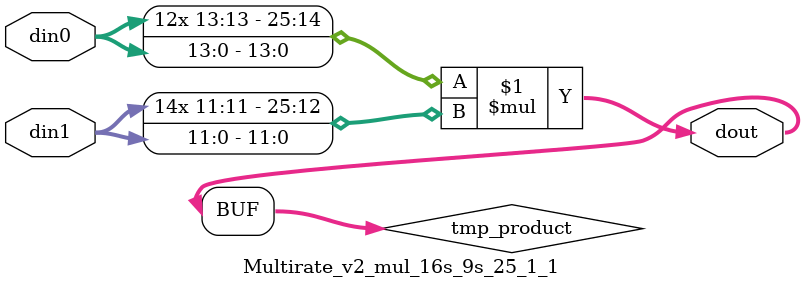
<source format=v>

`timescale 1 ns / 1 ps

 module Multirate_v2_mul_16s_9s_25_1_1(din0, din1, dout);
parameter ID = 1;
parameter NUM_STAGE = 0;
parameter din0_WIDTH = 14;
parameter din1_WIDTH = 12;
parameter dout_WIDTH = 26;

input [din0_WIDTH - 1 : 0] din0; 
input [din1_WIDTH - 1 : 0] din1; 
output [dout_WIDTH - 1 : 0] dout;

wire signed [dout_WIDTH - 1 : 0] tmp_product;



























assign tmp_product = $signed(din0) * $signed(din1);








assign dout = tmp_product;





















endmodule

</source>
